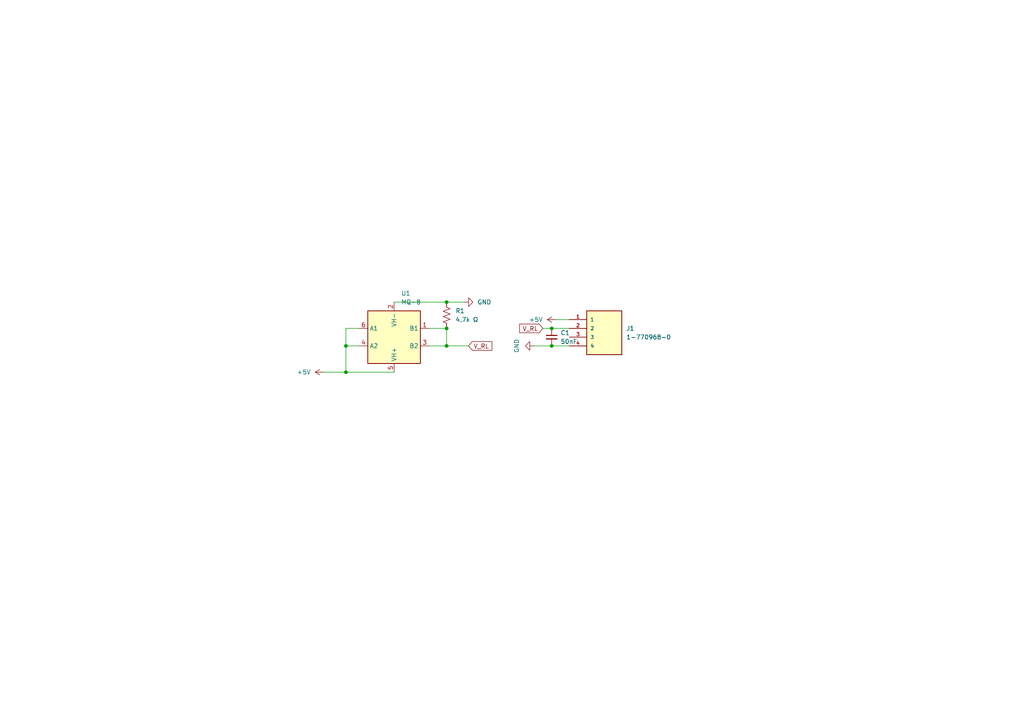
<source format=kicad_sch>
(kicad_sch (version 20230121) (generator eeschema)
  (paper "A4")
  (lib_symbols
    (symbol "Device:C_Small" (pin_numbers hide) (pin_names (offset 0.254) hide)
      (property "Reference" "C" (at 0.254 1.778 0))
      (property "Value" "C_Small" (at 0.254 -2.032 0))
      (symbol "C_Small_0_1"
        (polyline (pts (xy -1.524 -0.508) (xy 1.524 -0.508)) (stroke (width 0.3302)))
        (polyline (pts (xy -1.524 0.508) (xy 1.524 0.508)) (stroke (width 0.3048)))
      )
      (symbol "C_Small_1_1"
        (pin passive line (at 0 2.54 270) (length 2.032) (name "~") (number "1"))
        (pin passive line (at 0 -2.54 90) (length 2.032) (name "~") (number "2"))
      )
    )
    (symbol "Device:R_US" (pin_numbers hide) (pin_names (offset 0))
      (property "Reference" "R" (at 2.54 0 90))
      (property "Value" "R_US" (at -2.54 0 90))
      (symbol "R_US_0_1"
        (polyline (pts (xy 0 -2.286) (xy 0 -2.54)))
        (polyline (pts (xy 0 2.286) (xy 0 2.54)))
        (polyline (pts (xy 0 -0.762) (xy 1.016 -1.143) (xy 0 -1.524) (xy -1.016 -1.905) (xy 0 -2.286)))
        (polyline (pts (xy 0 0.762) (xy 1.016 0.381) (xy 0 0) (xy -1.016 -0.381) (xy 0 -0.762)))
        (polyline (pts (xy 0 2.286) (xy 1.016 1.905) (xy 0 1.524) (xy -1.016 1.143) (xy 0 0.762)))
      )
      (symbol "R_US_1_1"
        (pin passive line (at 0 3.81 270) (length 1.27) (name "~") (number "1"))
        (pin passive line (at 0 -3.81 90) (length 1.27) (name "~") (number "2"))
      )
    )
    (symbol "Sensor_h2sen_winsen_mq8:MQ-8"
      (property "Reference" "U1" (at 2.0194 12.7 0))
      (property "Value" "MQ-8" (at 2.0194 10.16 0))
      (symbol "MQ-8_0_1"
        (rectangle (start -7.62 7.62) (end 7.62 -7.62) (stroke (width 0.254)) (fill (type background)))
      )
      (symbol "MQ-8_1_1"
        (pin passive line (at 10.16 2.54 180) (length 2.54) (name "B1") (number "1"))
        (pin power_in line (at 0 10.16 270) (length 2.54) (name "VH-") (number "2"))
        (pin passive line (at 10.16 -2.54 180) (length 2.54) (name "B2") (number "3"))
        (pin passive line (at -10.16 -2.54 0) (length 2.54) (name "A2") (number "4"))
        (pin power_in line (at 0 -10.16 90) (length 2.54) (name "VH+") (number "5"))
        (pin passive line (at -10.16 2.54 0) (length 2.54) (name "A1") (number "6"))
      )
    )
    (symbol "TE 4 pin header:1-770968-0" (pin_names (offset 1.016))
      (property "Reference" "J" (at -5.58 7.62 0))
      (property "Value" "1-770968-0" (at -5.08 -7.62 0))
      (symbol "1-770968-0_0_0"
        (rectangle (start -5.08 -5.08) (end 5.08 7.62) (stroke (width 0.254)) (fill (type background)))
        (pin passive line (at -10.16 5.08 0) (length 5.08) (name "1") (number "1"))
        (pin passive line (at -10.16 2.54 0) (length 5.08) (name "2") (number "2"))
        (pin passive line (at -10.16 0 0) (length 5.08) (name "3") (number "3"))
        (pin passive line (at -10.16 -2.54 0) (length 5.08) (name "4") (number "4"))
      )
    )
    (symbol "power:+5V" (power) (pin_names (offset 0))
      (property "Value" "+5V" (at 0 3.556 0))
      (symbol "+5V_0_1"
        (polyline (pts (xy -0.762 1.27) (xy 0 2.54)))
        (polyline (pts (xy 0 0) (xy 0 2.54)))
        (polyline (pts (xy 0 2.54) (xy 0.762 1.27)))
      )
      (symbol "+5V_1_1"
        (pin power_in line (at 0 0 90) (length 0) hide (name "+5V") (number "1"))
      )
    )
    (symbol "power:GND" (power) (pin_names (offset 0))
      (property "Value" "GND" (at 0 -3.81 0))
      (symbol "GND_0_1"
        (polyline (pts (xy 0 0) (xy 0 -1.27) (xy 1.27 -1.27) (xy 0 -2.54) (xy -1.27 -1.27) (xy 0 -1.27)))
      )
      (symbol "GND_1_1"
        (pin power_in line (at 0 0 270) (length 0) hide (name "GND") (number "1"))
      )
    )
  )
  (junction (at 129.54 87.63))
  (junction (at 100.33 100.33))
  (junction (at 129.54 95.25))
  (junction (at 160.02 95.25))
  (junction (at 100.33 107.95))
  (junction (at 160.02 100.33))
  (junction (at 129.54 100.33))
  (wire (pts (xy 129.54 95.25) (xy 129.54 100.33)))
  (wire (pts (xy 100.33 100.33) (xy 100.33 95.25)))
  (wire (pts (xy 124.46 100.33) (xy 129.54 100.33)))
  (wire (pts (xy 129.54 87.63) (xy 134.62 87.63)))
  (wire (pts (xy 104.14 95.25) (xy 100.33 95.25)))
  (wire (pts (xy 104.14 100.33) (xy 100.33 100.33)))
  (wire (pts (xy 161.29 92.71) (xy 165.1 92.71)))
  (wire (pts (xy 114.3 107.95) (xy 100.33 107.95)))
  (wire (pts (xy 100.33 107.95) (xy 100.33 100.33)))
  (wire (pts (xy 160.02 100.33) (xy 165.1 100.33)))
  (wire (pts (xy 114.3 87.63) (xy 129.54 87.63)))
  (wire (pts (xy 93.98 107.95) (xy 100.33 107.95)))
  (wire (pts (xy 135.89 100.33) (xy 129.54 100.33)))
  (wire (pts (xy 157.48 95.25) (xy 160.02 95.25)))
  (wire (pts (xy 160.02 95.25) (xy 165.1 95.25)))
  (wire (pts (xy 154.94 100.33) (xy 160.02 100.33)))
  (wire (pts (xy 124.46 95.25) (xy 129.54 95.25)))
  (global_label "V_RL" (shape input) (at 157.48 95.25 180) (property "Intersheetrefs" "${INTERSHEET_REFS}" (effects hide)))
  (global_label "V_RL" (shape input) (at 135.89 100.33 0) (property "Intersheetrefs" "${INTERSHEET_REFS}" (effects hide)))
  (symbol (lib_id "Sensor_h2sen_winsen_mq8:MQ-8") (at 114.3 97.79 0) (unit 1)
    (property "Reference" "U1" (at 116.3194 85.09 0) (effects (justify left)))
    (property "Value" "MQ-8" (at 116.3194 87.63 0) (effects (justify left)))
    (property "Footprint" "Modular sensor footprints:MQ-8" (effects hide))
    (property "Datasheet" "https://www.winsen-sensor.com/d/files/mq-8-(ver1_6)---manual.pdf" (effects hide))
  )
  (symbol (lib_id "power:+5V") (at 161.29 92.71 90) (unit 1)
    (property "Reference" "#PWR02" (effects hide))
    (property "Value" "+5V" (at 157.48 92.7099 90) (effects (justify left)))
  )
  (symbol (lib_id "Device:R_US") (at 129.54 91.44 0) (unit 1)
    (property "Reference" "R1" (at 132.08 90.17 0) (effects (justify left)))
    (property "Value" "4.7k Ω" (at 132.08 92.71 0) (effects (justify left)))
    (property "Footprint" "Resistor_SMD:R_0402_1005Metric_Pad0.72x0.64mm_HandSolder" (effects hide))
  )
  (symbol (lib_id "power:GND") (at 134.62 87.63 90) (unit 1)
    (property "Reference" "#PWR0102" (effects hide))
    (property "Value" "GND" (at 138.43 87.63 90) (effects (justify right)))
  )
  (symbol (lib_id "power:GND") (at 154.94 100.33 270) (unit 1)
    (property "Reference" "#PWR01" (effects hide))
    (property "Value" "GND" (at 149.86 100.33 0))
  )
  (symbol (lib_id "power:+5V") (at 93.98 107.95 90) (unit 1)
    (property "Reference" "#PWR0101" (effects hide))
    (property "Value" "+5V" (at 90.17 107.9499 90) (effects (justify left)))
  )
  (symbol (lib_id "TE 4 pin header:1-770968-0") (at 175.26 97.79 0) (unit 1)
    (property "Reference" "J1" (at 181.61 95.25 0) (effects (justify left)))
    (property "Value" "1-770968-0" (at 181.61 97.79 0) (effects (justify left)))
    (property "Footprint" "Modular sensor footprints:TE_1-770968-0" (effects hide))
    (property "Comment" "1-770968-0" (effects hide))
  )
  (symbol (lib_id "Device:C_Small") (at 160.02 97.79 0) (unit 1)
    (property "Reference" "C1" (at 162.56 96.5263 0) (effects (justify left)))
    (property "Value" "50nF" (at 162.56 99.0663 0) (effects (justify left)))
    (property "Footprint" "Capacitor_SMD:C_0402_1005Metric" (effects hide))
  )
)
</source>
